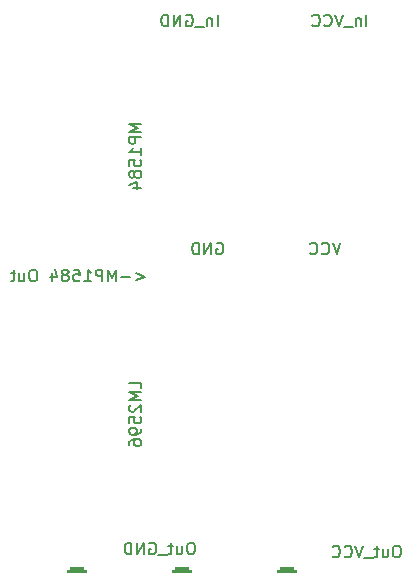
<source format=gbr>
%TF.GenerationSoftware,KiCad,Pcbnew,(6.0.9)*%
%TF.CreationDate,2023-01-11T14:50:55+09:00*%
%TF.ProjectId,rasp_power_module,72617370-5f70-46f7-9765-725f6d6f6475,rev?*%
%TF.SameCoordinates,PX74079d0PY6f2f610*%
%TF.FileFunction,Legend,Bot*%
%TF.FilePolarity,Positive*%
%FSLAX46Y46*%
G04 Gerber Fmt 4.6, Leading zero omitted, Abs format (unit mm)*
G04 Created by KiCad (PCBNEW (6.0.9)) date 2023-01-11 14:50:55*
%MOMM*%
%LPD*%
G01*
G04 APERTURE LIST*
G04 Aperture macros list*
%AMRoundRect*
0 Rectangle with rounded corners*
0 $1 Rounding radius*
0 $2 $3 $4 $5 $6 $7 $8 $9 X,Y pos of 4 corners*
0 Add a 4 corners polygon primitive as box body*
4,1,4,$2,$3,$4,$5,$6,$7,$8,$9,$2,$3,0*
0 Add four circle primitives for the rounded corners*
1,1,$1+$1,$2,$3*
1,1,$1+$1,$4,$5*
1,1,$1+$1,$6,$7*
1,1,$1+$1,$8,$9*
0 Add four rect primitives between the rounded corners*
20,1,$1+$1,$2,$3,$4,$5,0*
20,1,$1+$1,$4,$5,$6,$7,0*
20,1,$1+$1,$6,$7,$8,$9,0*
20,1,$1+$1,$8,$9,$2,$3,0*%
G04 Aperture macros list end*
%ADD10C,0.150000*%
%ADD11C,1.524000*%
%ADD12R,3.000000X3.000000*%
%ADD13R,1.700000X1.700000*%
%ADD14O,1.700000X1.700000*%
%ADD15RoundRect,0.250002X-1.699998X-1.699998X1.699998X-1.699998X1.699998X1.699998X-1.699998X1.699998X0*%
%ADD16C,3.900000*%
%ADD17R,3.300000X4.500000*%
%ADD18R,2.000000X2.000000*%
%ADD19C,2.000000*%
%ADD20RoundRect,0.250000X-0.600000X-0.750000X0.600000X-0.750000X0.600000X0.750000X-0.600000X0.750000X0*%
%ADD21O,1.700000X2.000000*%
%ADD22RoundRect,0.250002X1.699998X1.699998X-1.699998X1.699998X-1.699998X-1.699998X1.699998X-1.699998X0*%
%ADD23C,3.000000*%
%ADD24RoundRect,0.250000X-0.725000X0.600000X-0.725000X-0.600000X0.725000X-0.600000X0.725000X0.600000X0*%
%ADD25O,1.950000X1.700000*%
G04 APERTURE END LIST*
D10*
X27122095Y7151620D02*
X26931619Y7151620D01*
X26836380Y7104000D01*
X26741142Y7008762D01*
X26693523Y6818286D01*
X26693523Y6484953D01*
X26741142Y6294477D01*
X26836380Y6199239D01*
X26931619Y6151620D01*
X27122095Y6151620D01*
X27217333Y6199239D01*
X27312571Y6294477D01*
X27360190Y6484953D01*
X27360190Y6818286D01*
X27312571Y7008762D01*
X27217333Y7104000D01*
X27122095Y7151620D01*
X25836380Y6818286D02*
X25836380Y6151620D01*
X26264952Y6818286D02*
X26264952Y6294477D01*
X26217333Y6199239D01*
X26122095Y6151620D01*
X25979238Y6151620D01*
X25884000Y6199239D01*
X25836380Y6246858D01*
X25503047Y6818286D02*
X25122095Y6818286D01*
X25360190Y7151620D02*
X25360190Y6294477D01*
X25312571Y6199239D01*
X25217333Y6151620D01*
X25122095Y6151620D01*
X25026857Y6056381D02*
X24264952Y6056381D01*
X23503047Y7104000D02*
X23598285Y7151620D01*
X23741142Y7151620D01*
X23884000Y7104000D01*
X23979238Y7008762D01*
X24026857Y6913524D01*
X24074476Y6723048D01*
X24074476Y6580191D01*
X24026857Y6389715D01*
X23979238Y6294477D01*
X23884000Y6199239D01*
X23741142Y6151620D01*
X23645904Y6151620D01*
X23503047Y6199239D01*
X23455428Y6246858D01*
X23455428Y6580191D01*
X23645904Y6580191D01*
X23026857Y6151620D02*
X23026857Y7151620D01*
X22455428Y6151620D01*
X22455428Y7151620D01*
X21979238Y6151620D02*
X21979238Y7151620D01*
X21741142Y7151620D01*
X21598285Y7104000D01*
X21503047Y7008762D01*
X21455428Y6913524D01*
X21407809Y6723048D01*
X21407809Y6580191D01*
X21455428Y6389715D01*
X21503047Y6294477D01*
X21598285Y6199239D01*
X21741142Y6151620D01*
X21979238Y6151620D01*
X44552857Y6897620D02*
X44362380Y6897620D01*
X44267142Y6850000D01*
X44171904Y6754762D01*
X44124285Y6564286D01*
X44124285Y6230953D01*
X44171904Y6040477D01*
X44267142Y5945239D01*
X44362380Y5897620D01*
X44552857Y5897620D01*
X44648095Y5945239D01*
X44743333Y6040477D01*
X44790952Y6230953D01*
X44790952Y6564286D01*
X44743333Y6754762D01*
X44648095Y6850000D01*
X44552857Y6897620D01*
X43267142Y6564286D02*
X43267142Y5897620D01*
X43695714Y6564286D02*
X43695714Y6040477D01*
X43648095Y5945239D01*
X43552857Y5897620D01*
X43410000Y5897620D01*
X43314761Y5945239D01*
X43267142Y5992858D01*
X42933809Y6564286D02*
X42552857Y6564286D01*
X42790952Y6897620D02*
X42790952Y6040477D01*
X42743333Y5945239D01*
X42648095Y5897620D01*
X42552857Y5897620D01*
X42457619Y5802381D02*
X41695714Y5802381D01*
X41600476Y6897620D02*
X41267142Y5897620D01*
X40933809Y6897620D01*
X40029047Y5992858D02*
X40076666Y5945239D01*
X40219523Y5897620D01*
X40314761Y5897620D01*
X40457619Y5945239D01*
X40552857Y6040477D01*
X40600476Y6135715D01*
X40648095Y6326191D01*
X40648095Y6469048D01*
X40600476Y6659524D01*
X40552857Y6754762D01*
X40457619Y6850000D01*
X40314761Y6897620D01*
X40219523Y6897620D01*
X40076666Y6850000D01*
X40029047Y6802381D01*
X39029047Y5992858D02*
X39076666Y5945239D01*
X39219523Y5897620D01*
X39314761Y5897620D01*
X39457619Y5945239D01*
X39552857Y6040477D01*
X39600476Y6135715D01*
X39648095Y6326191D01*
X39648095Y6469048D01*
X39600476Y6659524D01*
X39552857Y6754762D01*
X39457619Y6850000D01*
X39314761Y6897620D01*
X39219523Y6897620D01*
X39076666Y6850000D01*
X39029047Y6802381D01*
X22383142Y29932286D02*
X23145047Y29646572D01*
X22383142Y29360858D01*
X21906952Y29646572D02*
X21145047Y29646572D01*
X20668857Y29265620D02*
X20668857Y30265620D01*
X20335523Y29551334D01*
X20002190Y30265620D01*
X20002190Y29265620D01*
X19526000Y29265620D02*
X19526000Y30265620D01*
X19145047Y30265620D01*
X19049809Y30218000D01*
X19002190Y30170381D01*
X18954571Y30075143D01*
X18954571Y29932286D01*
X19002190Y29837048D01*
X19049809Y29789429D01*
X19145047Y29741810D01*
X19526000Y29741810D01*
X18002190Y29265620D02*
X18573619Y29265620D01*
X18287904Y29265620D02*
X18287904Y30265620D01*
X18383142Y30122762D01*
X18478380Y30027524D01*
X18573619Y29979905D01*
X17097428Y30265620D02*
X17573619Y30265620D01*
X17621238Y29789429D01*
X17573619Y29837048D01*
X17478380Y29884667D01*
X17240285Y29884667D01*
X17145047Y29837048D01*
X17097428Y29789429D01*
X17049809Y29694191D01*
X17049809Y29456096D01*
X17097428Y29360858D01*
X17145047Y29313239D01*
X17240285Y29265620D01*
X17478380Y29265620D01*
X17573619Y29313239D01*
X17621238Y29360858D01*
X16478380Y29837048D02*
X16573619Y29884667D01*
X16621238Y29932286D01*
X16668857Y30027524D01*
X16668857Y30075143D01*
X16621238Y30170381D01*
X16573619Y30218000D01*
X16478380Y30265620D01*
X16287904Y30265620D01*
X16192666Y30218000D01*
X16145047Y30170381D01*
X16097428Y30075143D01*
X16097428Y30027524D01*
X16145047Y29932286D01*
X16192666Y29884667D01*
X16287904Y29837048D01*
X16478380Y29837048D01*
X16573619Y29789429D01*
X16621238Y29741810D01*
X16668857Y29646572D01*
X16668857Y29456096D01*
X16621238Y29360858D01*
X16573619Y29313239D01*
X16478380Y29265620D01*
X16287904Y29265620D01*
X16192666Y29313239D01*
X16145047Y29360858D01*
X16097428Y29456096D01*
X16097428Y29646572D01*
X16145047Y29741810D01*
X16192666Y29789429D01*
X16287904Y29837048D01*
X15240285Y29932286D02*
X15240285Y29265620D01*
X15478380Y30313239D02*
X15716476Y29598953D01*
X15097428Y29598953D01*
X13764095Y30265620D02*
X13573619Y30265620D01*
X13478380Y30218000D01*
X13383142Y30122762D01*
X13335523Y29932286D01*
X13335523Y29598953D01*
X13383142Y29408477D01*
X13478380Y29313239D01*
X13573619Y29265620D01*
X13764095Y29265620D01*
X13859333Y29313239D01*
X13954571Y29408477D01*
X14002190Y29598953D01*
X14002190Y29932286D01*
X13954571Y30122762D01*
X13859333Y30218000D01*
X13764095Y30265620D01*
X12478380Y29932286D02*
X12478380Y29265620D01*
X12906952Y29932286D02*
X12906952Y29408477D01*
X12859333Y29313239D01*
X12764095Y29265620D01*
X12621238Y29265620D01*
X12526000Y29313239D01*
X12478380Y29360858D01*
X12145047Y29932286D02*
X11764095Y29932286D01*
X12002190Y30265620D02*
X12002190Y29408477D01*
X11954571Y29313239D01*
X11859333Y29265620D01*
X11764095Y29265620D01*
X22804380Y20200667D02*
X22804380Y20676858D01*
X21804380Y20676858D01*
X22804380Y19867334D02*
X21804380Y19867334D01*
X22518666Y19534000D01*
X21804380Y19200667D01*
X22804380Y19200667D01*
X21899619Y18772096D02*
X21852000Y18724477D01*
X21804380Y18629239D01*
X21804380Y18391143D01*
X21852000Y18295905D01*
X21899619Y18248286D01*
X21994857Y18200667D01*
X22090095Y18200667D01*
X22232952Y18248286D01*
X22804380Y18819715D01*
X22804380Y18200667D01*
X21804380Y17295905D02*
X21804380Y17772096D01*
X22280571Y17819715D01*
X22232952Y17772096D01*
X22185333Y17676858D01*
X22185333Y17438762D01*
X22232952Y17343524D01*
X22280571Y17295905D01*
X22375809Y17248286D01*
X22613904Y17248286D01*
X22709142Y17295905D01*
X22756761Y17343524D01*
X22804380Y17438762D01*
X22804380Y17676858D01*
X22756761Y17772096D01*
X22709142Y17819715D01*
X22804380Y16772096D02*
X22804380Y16581620D01*
X22756761Y16486381D01*
X22709142Y16438762D01*
X22566285Y16343524D01*
X22375809Y16295905D01*
X21994857Y16295905D01*
X21899619Y16343524D01*
X21852000Y16391143D01*
X21804380Y16486381D01*
X21804380Y16676858D01*
X21852000Y16772096D01*
X21899619Y16819715D01*
X21994857Y16867334D01*
X22232952Y16867334D01*
X22328190Y16819715D01*
X22375809Y16772096D01*
X22423428Y16676858D01*
X22423428Y16486381D01*
X22375809Y16391143D01*
X22328190Y16343524D01*
X22232952Y16295905D01*
X21804380Y15438762D02*
X21804380Y15629239D01*
X21852000Y15724477D01*
X21899619Y15772096D01*
X22042476Y15867334D01*
X22232952Y15914953D01*
X22613904Y15914953D01*
X22709142Y15867334D01*
X22756761Y15819715D01*
X22804380Y15724477D01*
X22804380Y15534000D01*
X22756761Y15438762D01*
X22709142Y15391143D01*
X22613904Y15343524D01*
X22375809Y15343524D01*
X22280571Y15391143D01*
X22232952Y15438762D01*
X22185333Y15534000D01*
X22185333Y15724477D01*
X22232952Y15819715D01*
X22280571Y15867334D01*
X22375809Y15914953D01*
X41885904Y50855620D02*
X41885904Y51855620D01*
X41409714Y51522286D02*
X41409714Y50855620D01*
X41409714Y51427048D02*
X41362095Y51474667D01*
X41266857Y51522286D01*
X41124000Y51522286D01*
X41028761Y51474667D01*
X40981142Y51379429D01*
X40981142Y50855620D01*
X40743047Y50760381D02*
X39981142Y50760381D01*
X39885904Y51855620D02*
X39552571Y50855620D01*
X39219238Y51855620D01*
X38314476Y50950858D02*
X38362095Y50903239D01*
X38504952Y50855620D01*
X38600190Y50855620D01*
X38743047Y50903239D01*
X38838285Y50998477D01*
X38885904Y51093715D01*
X38933523Y51284191D01*
X38933523Y51427048D01*
X38885904Y51617524D01*
X38838285Y51712762D01*
X38743047Y51808000D01*
X38600190Y51855620D01*
X38504952Y51855620D01*
X38362095Y51808000D01*
X38314476Y51760381D01*
X37314476Y50950858D02*
X37362095Y50903239D01*
X37504952Y50855620D01*
X37600190Y50855620D01*
X37743047Y50903239D01*
X37838285Y50998477D01*
X37885904Y51093715D01*
X37933523Y51284191D01*
X37933523Y51427048D01*
X37885904Y51617524D01*
X37838285Y51712762D01*
X37743047Y51808000D01*
X37600190Y51855620D01*
X37504952Y51855620D01*
X37362095Y51808000D01*
X37314476Y51760381D01*
X29281142Y50855620D02*
X29281142Y51855620D01*
X28804952Y51522286D02*
X28804952Y50855620D01*
X28804952Y51427048D02*
X28757333Y51474667D01*
X28662095Y51522286D01*
X28519238Y51522286D01*
X28424000Y51474667D01*
X28376380Y51379429D01*
X28376380Y50855620D01*
X28138285Y50760381D02*
X27376380Y50760381D01*
X26614476Y51808000D02*
X26709714Y51855620D01*
X26852571Y51855620D01*
X26995428Y51808000D01*
X27090666Y51712762D01*
X27138285Y51617524D01*
X27185904Y51427048D01*
X27185904Y51284191D01*
X27138285Y51093715D01*
X27090666Y50998477D01*
X26995428Y50903239D01*
X26852571Y50855620D01*
X26757333Y50855620D01*
X26614476Y50903239D01*
X26566857Y50950858D01*
X26566857Y51284191D01*
X26757333Y51284191D01*
X26138285Y50855620D02*
X26138285Y51855620D01*
X25566857Y50855620D01*
X25566857Y51855620D01*
X25090666Y50855620D02*
X25090666Y51855620D01*
X24852571Y51855620D01*
X24709714Y51808000D01*
X24614476Y51712762D01*
X24566857Y51617524D01*
X24519238Y51427048D01*
X24519238Y51284191D01*
X24566857Y51093715D01*
X24614476Y50998477D01*
X24709714Y50903239D01*
X24852571Y50855620D01*
X25090666Y50855620D01*
X39687333Y32551620D02*
X39354000Y31551620D01*
X39020666Y32551620D01*
X38115904Y31646858D02*
X38163523Y31599239D01*
X38306380Y31551620D01*
X38401619Y31551620D01*
X38544476Y31599239D01*
X38639714Y31694477D01*
X38687333Y31789715D01*
X38734952Y31980191D01*
X38734952Y32123048D01*
X38687333Y32313524D01*
X38639714Y32408762D01*
X38544476Y32504000D01*
X38401619Y32551620D01*
X38306380Y32551620D01*
X38163523Y32504000D01*
X38115904Y32456381D01*
X37115904Y31646858D02*
X37163523Y31599239D01*
X37306380Y31551620D01*
X37401619Y31551620D01*
X37544476Y31599239D01*
X37639714Y31694477D01*
X37687333Y31789715D01*
X37734952Y31980191D01*
X37734952Y32123048D01*
X37687333Y32313524D01*
X37639714Y32408762D01*
X37544476Y32504000D01*
X37401619Y32551620D01*
X37306380Y32551620D01*
X37163523Y32504000D01*
X37115904Y32456381D01*
X22804380Y42616096D02*
X21804380Y42616096D01*
X22518666Y42282762D01*
X21804380Y41949429D01*
X22804380Y41949429D01*
X22804380Y41473239D02*
X21804380Y41473239D01*
X21804380Y41092286D01*
X21852000Y40997048D01*
X21899619Y40949429D01*
X21994857Y40901810D01*
X22137714Y40901810D01*
X22232952Y40949429D01*
X22280571Y40997048D01*
X22328190Y41092286D01*
X22328190Y41473239D01*
X22804380Y39949429D02*
X22804380Y40520858D01*
X22804380Y40235143D02*
X21804380Y40235143D01*
X21947238Y40330381D01*
X22042476Y40425620D01*
X22090095Y40520858D01*
X21804380Y39044667D02*
X21804380Y39520858D01*
X22280571Y39568477D01*
X22232952Y39520858D01*
X22185333Y39425620D01*
X22185333Y39187524D01*
X22232952Y39092286D01*
X22280571Y39044667D01*
X22375809Y38997048D01*
X22613904Y38997048D01*
X22709142Y39044667D01*
X22756761Y39092286D01*
X22804380Y39187524D01*
X22804380Y39425620D01*
X22756761Y39520858D01*
X22709142Y39568477D01*
X22232952Y38425620D02*
X22185333Y38520858D01*
X22137714Y38568477D01*
X22042476Y38616096D01*
X21994857Y38616096D01*
X21899619Y38568477D01*
X21852000Y38520858D01*
X21804380Y38425620D01*
X21804380Y38235143D01*
X21852000Y38139905D01*
X21899619Y38092286D01*
X21994857Y38044667D01*
X22042476Y38044667D01*
X22137714Y38092286D01*
X22185333Y38139905D01*
X22232952Y38235143D01*
X22232952Y38425620D01*
X22280571Y38520858D01*
X22328190Y38568477D01*
X22423428Y38616096D01*
X22613904Y38616096D01*
X22709142Y38568477D01*
X22756761Y38520858D01*
X22804380Y38425620D01*
X22804380Y38235143D01*
X22756761Y38139905D01*
X22709142Y38092286D01*
X22613904Y38044667D01*
X22423428Y38044667D01*
X22328190Y38092286D01*
X22280571Y38139905D01*
X22232952Y38235143D01*
X22137714Y37187524D02*
X22804380Y37187524D01*
X21756761Y37425620D02*
X22471047Y37663715D01*
X22471047Y37044667D01*
X29209904Y32504000D02*
X29305142Y32551620D01*
X29448000Y32551620D01*
X29590857Y32504000D01*
X29686095Y32408762D01*
X29733714Y32313524D01*
X29781333Y32123048D01*
X29781333Y31980191D01*
X29733714Y31789715D01*
X29686095Y31694477D01*
X29590857Y31599239D01*
X29448000Y31551620D01*
X29352761Y31551620D01*
X29209904Y31599239D01*
X29162285Y31646858D01*
X29162285Y31980191D01*
X29352761Y31980191D01*
X28733714Y31551620D02*
X28733714Y32551620D01*
X28162285Y31551620D01*
X28162285Y32551620D01*
X27686095Y31551620D02*
X27686095Y32551620D01*
X27448000Y32551620D01*
X27305142Y32504000D01*
X27209904Y32408762D01*
X27162285Y32313524D01*
X27114666Y32123048D01*
X27114666Y31980191D01*
X27162285Y31789715D01*
X27209904Y31694477D01*
X27305142Y31599239D01*
X27448000Y31551620D01*
X27686095Y31551620D01*
%LPC*%
D11*
%TO.C,DCDC1*%
X40386000Y48768000D03*
X37846000Y48768000D03*
X28956000Y48768000D03*
X26399000Y48820000D03*
X40386000Y29718000D03*
X38100000Y29718000D03*
X28702000Y29770000D03*
X26374000Y29745000D03*
%TD*%
D12*
%TO.C,DCDC2*%
X42201728Y48886917D03*
X24348890Y48878188D03*
X42196444Y9038827D03*
X24358217Y9029265D03*
%TD*%
D13*
%TO.C,JP1*%
X10414000Y20320000D03*
D14*
X12954000Y20320000D03*
%TD*%
D15*
%TO.C,J5*%
X3556000Y8890000D03*
D16*
X11356000Y8890000D03*
%TD*%
D17*
%TO.C,D2*%
X19304000Y44151000D03*
X19304000Y35351000D03*
%TD*%
D13*
%TO.C,J3*%
X19558000Y23368000D03*
D14*
X19558000Y25908000D03*
%TD*%
D18*
%TO.C,K1*%
X10668000Y36576000D03*
D19*
X10668000Y39116000D03*
X10668000Y46736000D03*
X5588000Y46736000D03*
X5588000Y39116000D03*
X5588000Y36576000D03*
%TD*%
D20*
%TO.C,J7*%
X17399000Y4064000D03*
D21*
X19899000Y4064000D03*
%TD*%
D22*
%TO.C,J1*%
X28194000Y55118000D03*
D16*
X20394000Y55118000D03*
%TD*%
D20*
%TO.C,J9*%
X35179000Y4064000D03*
D21*
X37679000Y4064000D03*
%TD*%
D20*
%TO.C,J8*%
X26309000Y4064000D03*
D21*
X28809000Y4064000D03*
%TD*%
D13*
%TO.C,JP2*%
X10414000Y17780000D03*
D14*
X12954000Y17780000D03*
%TD*%
D23*
%TO.C,K2*%
X8128000Y50546000D03*
X14128000Y36346000D03*
X2128000Y36346000D03*
X2128000Y48546000D03*
X14128000Y48546000D03*
%TD*%
D24*
%TO.C,J2*%
X5588000Y26416000D03*
D25*
X5588000Y23916000D03*
X5588000Y21416000D03*
X5588000Y18916000D03*
X5588000Y16416000D03*
%TD*%
M02*

</source>
